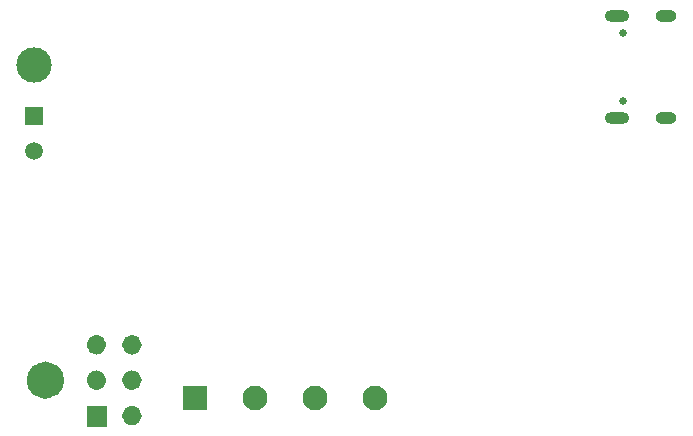
<source format=gbr>
%TF.GenerationSoftware,KiCad,Pcbnew,8.99.0-3334-g98ae574c78*%
%TF.CreationDate,2024-12-15T17:17:25-05:00*%
%TF.ProjectId,SmartPowerBoard,536d6172-7450-46f7-9765-72426f617264,rev?*%
%TF.SameCoordinates,Original*%
%TF.FileFunction,Soldermask,Bot*%
%TF.FilePolarity,Negative*%
%FSLAX46Y46*%
G04 Gerber Fmt 4.6, Leading zero omitted, Abs format (unit mm)*
G04 Created by KiCad (PCBNEW 8.99.0-3334-g98ae574c78) date 2024-12-15 17:17:25*
%MOMM*%
%LPD*%
G01*
G04 APERTURE LIST*
%ADD10C,1.576200*%
%ADD11C,0.836200*%
%ADD12C,0.010000*%
%ADD13C,3.000000*%
%ADD14R,2.100000X2.100000*%
%ADD15C,2.100000*%
%ADD16C,2.999999*%
%ADD17R,1.520000X1.520000*%
%ADD18C,1.520000*%
%ADD19C,0.650000*%
%ADD20O,2.100000X1.000000*%
%ADD21O,1.800000X1.000000*%
G04 APERTURE END LIST*
D10*
%TO.C,J6*%
X138843100Y-102675000D02*
G75*
G02*
X137266900Y-102675000I-788100J0D01*
G01*
X137266900Y-102675000D02*
G75*
G02*
X138843100Y-102675000I788100J0D01*
G01*
D11*
X142793100Y-99675000D02*
G75*
G02*
X141956900Y-99675000I-418100J0D01*
G01*
X141956900Y-99675000D02*
G75*
G02*
X142793100Y-99675000I418100J0D01*
G01*
X142793100Y-102675000D02*
G75*
G02*
X141956900Y-102675000I-418100J0D01*
G01*
X141956900Y-102675000D02*
G75*
G02*
X142793100Y-102675000I418100J0D01*
G01*
X145793100Y-99675000D02*
G75*
G02*
X144956900Y-99675000I-418100J0D01*
G01*
X144956900Y-99675000D02*
G75*
G02*
X145793100Y-99675000I418100J0D01*
G01*
X145793100Y-102675000D02*
G75*
G02*
X144956900Y-102675000I-418100J0D01*
G01*
X144956900Y-102675000D02*
G75*
G02*
X145793100Y-102675000I418100J0D01*
G01*
X145793100Y-105675000D02*
G75*
G02*
X144956900Y-105675000I-418100J0D01*
G01*
X144956900Y-105675000D02*
G75*
G02*
X145793100Y-105675000I418100J0D01*
G01*
D12*
X143211200Y-106511200D02*
X141538800Y-106511200D01*
X141538800Y-104838800D01*
X143211200Y-104838800D01*
X143211200Y-106511200D01*
G36*
X143211200Y-106511200D02*
G01*
X141538800Y-106511200D01*
X141538800Y-104838800D01*
X143211200Y-104838800D01*
X143211200Y-106511200D01*
G37*
%TD*%
D13*
%TO.C,J6*%
X138055000Y-102675000D03*
%TD*%
D14*
%TO.C,J7*%
X150760000Y-104200000D03*
D15*
X155840000Y-104200000D03*
X160920000Y-104200000D03*
X166000000Y-104200000D03*
%TD*%
D16*
%TO.C,J1*%
X137110352Y-75980001D03*
D17*
X137110352Y-80300000D03*
D18*
X137110352Y-83299999D03*
%TD*%
D19*
%TO.C,J2*%
X186948750Y-79062500D03*
X186948750Y-73282500D03*
D20*
X186448750Y-80492500D03*
D21*
X190628750Y-80492500D03*
D20*
X186448750Y-71852500D03*
D21*
X190628750Y-71852500D03*
%TD*%
M02*

</source>
